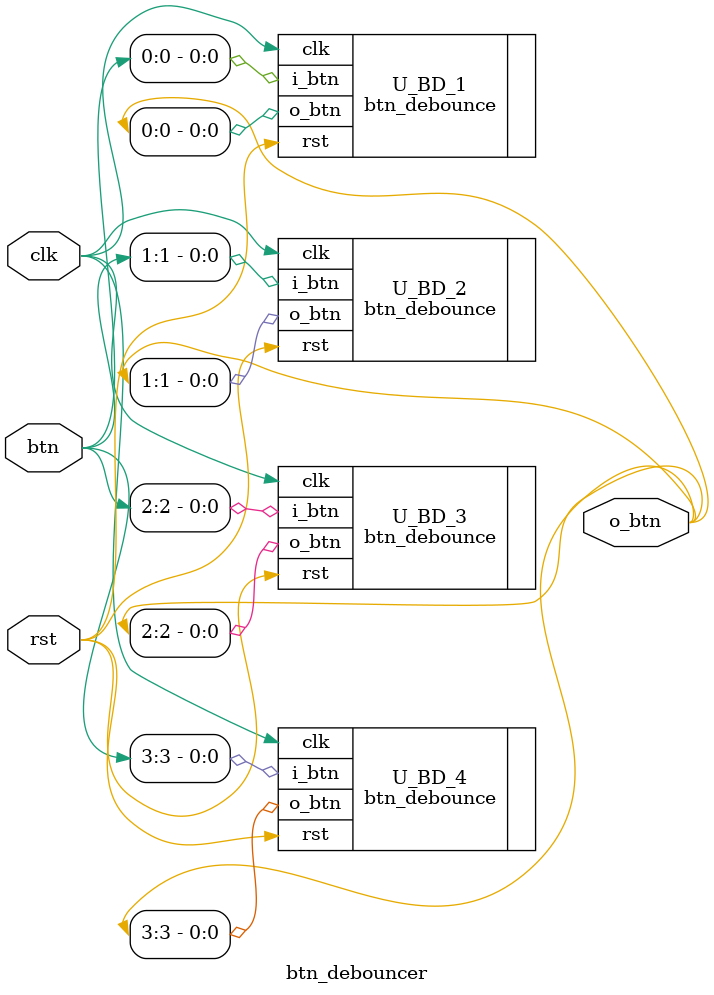
<source format=v>
`timescale 1ns / 1ps

module btn_debouncer (
    input        clk,
    input        rst,
    input  [3:0] btn,
    output [3:0] o_btn
);

    btn_debounce U_BD_1 (
        .clk  (clk),
        .rst  (rst),
        .i_btn(btn[0]),
        .o_btn(o_btn[0])
    );

    btn_debounce U_BD_2 (
        .clk  (clk),
        .rst  (rst),
        .i_btn(btn[1]),
        .o_btn(o_btn[1])
    );

    btn_debounce U_BD_3 (
        .clk  (clk),
        .rst  (rst),
        .i_btn(btn[2]),
        .o_btn(o_btn[2])
    );

    btn_debounce U_BD_4 (
        .clk  (clk),
        .rst  (rst),
        .i_btn(btn[3]),
        .o_btn(o_btn[3])
    );

endmodule

</source>
